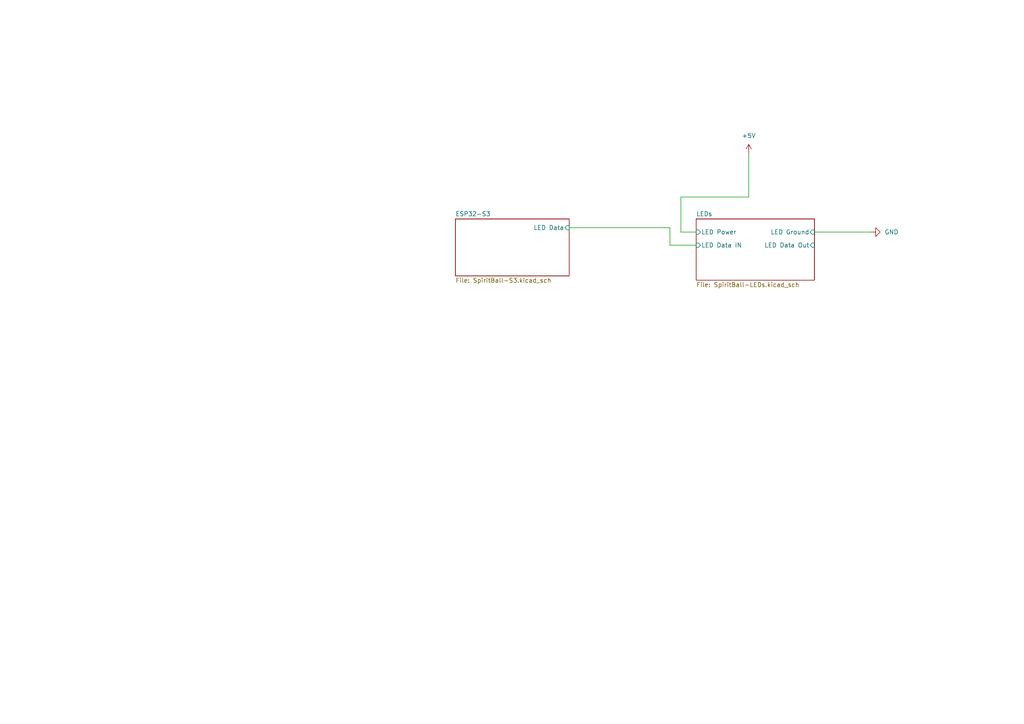
<source format=kicad_sch>
(kicad_sch (version 20211123) (generator eeschema)
  (paper "A4")
  (lib_symbols
    (symbol "power:+5V" (power) (pin_names (offset 0))
      (property "Value" "+5V" (at 0 3.556 0))
      (symbol "+5V_0_1"
        (polyline (pts (xy -0.762 1.27) (xy 0 2.54)))
        (polyline (pts (xy 0 0) (xy 0 2.54)))
        (polyline (pts (xy 0 2.54) (xy 0.762 1.27)))
      )
      (symbol "+5V_1_1"
        (pin power_in line (at 0 0 90) (length 0) hide (name "+5V") (number "1"))
      )
    )
    (symbol "power:GND" (power) (pin_names (offset 0))
      (property "Value" "GND" (at 0 -3.81 0))
      (symbol "GND_0_1"
        (polyline (pts (xy 0 0) (xy 0 -1.27) (xy 1.27 -1.27) (xy 0 -2.54) (xy -1.27 -1.27) (xy 0 -1.27)))
      )
      (symbol "GND_1_1"
        (pin power_in line (at 0 0 270) (length 0) hide (name "GND") (number "1"))
      )
    )
  )
  (wire (pts (xy 236.22 67.31) (xy 252.73 67.31)))
  (wire (pts (xy 217.17 44.45) (xy 217.17 57.15)))
  (wire (pts (xy 165.1 66.04) (xy 194.31 66.04)))
  (wire (pts (xy 194.31 66.04) (xy 194.31 71.12)))
  (wire (pts (xy 217.17 57.15) (xy 197.485 57.15)))
  (wire (pts (xy 197.485 57.15) (xy 197.485 67.31)))
  (wire (pts (xy 197.485 67.31) (xy 201.93 67.31)))
  (wire (pts (xy 194.31 71.12) (xy 201.93 71.12)))
  (symbol (lib_id "power:+5V") (at 217.17 44.45 0) (unit 1)
    (property "Reference" "#PWR01" (effects hide))
    (property "Value" "+5V" (at 217.17 39.37 0))
  )
  (symbol (lib_id "power:GND") (at 252.73 67.31 90) (unit 1)
    (property "Reference" "#PWR02" (effects hide))
    (property "Value" "GND" (at 256.54 67.3099 90) (effects (justify right)))
  )
  (sheet (at 201.93 63.5) (size 34.29 17.78) (stroke (width 0.1524))
    (property "Sheet name" "LEDs" (at 201.93 62.7884 0) (effects (justify left bottom)))
    (property "Sheet file" "SpiritBall-LEDs.kicad_sch" (at 201.93 81.8646 0) (effects (justify left top)))
    (pin "LED Power" input (at 201.93 67.31 180))
    (pin "LED Ground" input (at 236.22 67.31 0))
    (pin "LED Data Out" input (at 236.22 71.12 0))
    (pin "LED Data IN" input (at 201.93 71.12 180))
  )
  (sheet (at 132.08 63.5) (size 33.02 16.51) (stroke (width 0.1524))
    (property "Sheet name" "ESP32-S3" (at 132.08 62.7884 0) (effects (justify left bottom)))
    (property "Sheet file" "SpiritBall-S3.kicad_sch" (at 132.08 80.5946 0) (effects (justify left top)))
    (pin "LED Data" input (at 165.1 66.04 0))
  )
)
</source>
